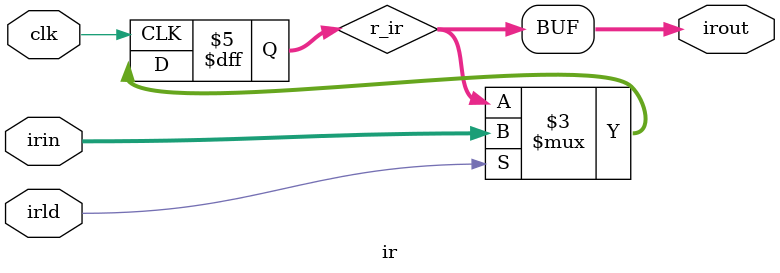
<source format=v>
`timescale 1ns/100ps

module ir(irld, clk, irin, irout);

input [15:0] irin;
output [15:0] irout;
input irld;
input clk;

reg [15:0] r_ir;

initial
begin
	#1 r_ir <= 0;
end

assign irout = r_ir;

always@(posedge clk)
begin
	/*#5*/ if(irld) r_ir <= irin;
end

endmodule

</source>
